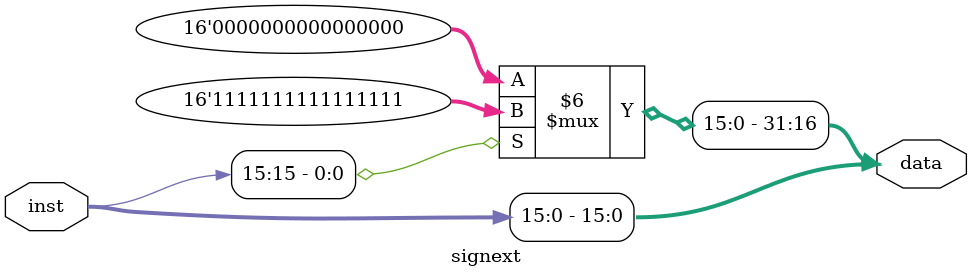
<source format=v>
`timescale 1ns / 1ps


module signext(
    input [15:0] inst,
    output reg [31:0] data
    );
    
    always @(inst)
    begin
        if(inst[15:15] == 1'b0)
            begin
                data = 32'b00000000000000000000000000000000;
                data[15:0] = inst;
            end
        else
            begin
                data = 32'b11111111111111111111111111111111;
                data[15:0] = inst;
            end
    end
endmodule

</source>
